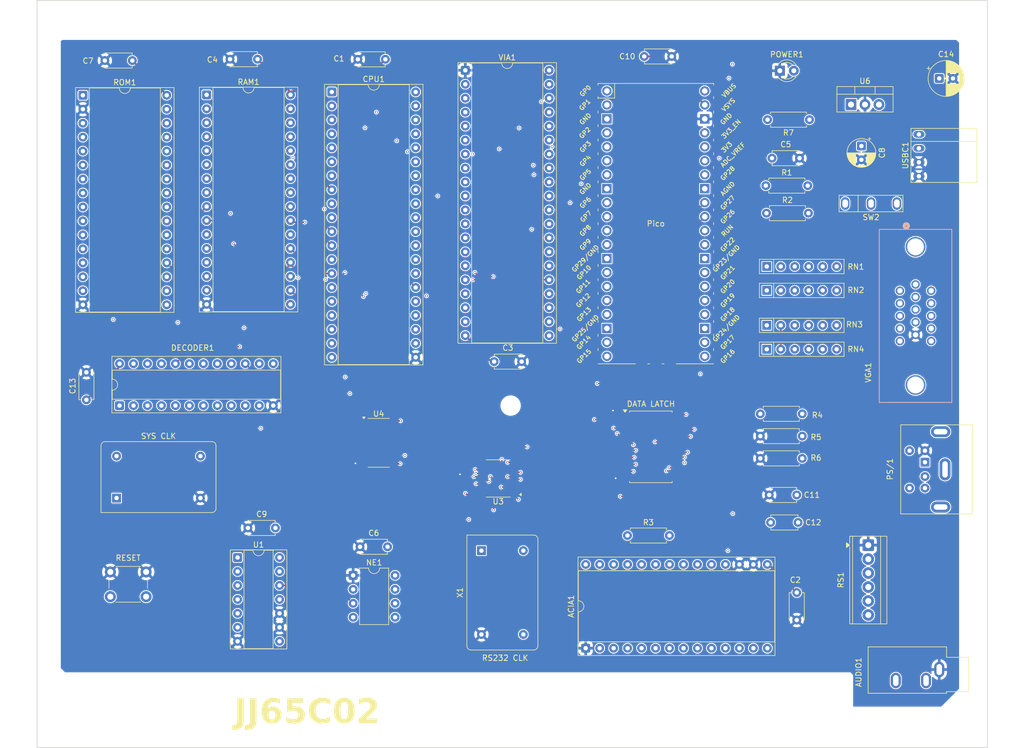
<source format=kicad_pcb>
(kicad_pcb (version 20241229) (generator "pcbnew") (generator_version "9.0")
  (layers (0 "F.Cu" mixed) (4 "In1.Cu" mixed) (6 "In2.Cu" mixed) (2 "B.Cu" power) (13 "F.Paste" user) (15 "B.Paste" user) (5 "F.SilkS" user "F.Silkscreen") (7 "B.SilkS" user "B.Silkscreen") (1 "F.Mask" user) (3 "B.Mask" user) (25 "Edge.Cuts" user))
  (net 0 "")
  (net 1 "RTS")
  (net 2 "CTS")
  (net 3 "+5V")
  (net 4 "TXD")
  (net 5 "GND")
  (net 6 "RXD")
  (net 7 "R~{W}")
  (net 8 "a1")
  (net 9 "CLK")
  (net 10 "a0")
  (net 11 "A~{IRQ}")
  (net 12 "d7")
  (net 14 "d6")
  (net 15 "d5")
  (net 16 "d4")
  (net 18 "d3")
  (net 19 "d2")
  (net 20 "ACIA-CLK")
  (net 21 "d1")
  (net 23 "d0")
  (net 24 "~{RES}")
  (net 25 "IO~{CS}")
  (net 26 "a4")
  (net 27 "Net-(NE1-TR)")
  (net 28 "+3V3")
  (net 29 "RED")
  (net 30 "GREEN")
  (net 31 "BLUE")
  (net 32 "HSYNC")
  (net 33 "VSYNC")
  (net 34 "PS2_DATA")
  (net 35 "PS2_CLK")
  (net 36 "a11")
  (net 38 "a10")
  (net 39 "a9")
  (net 40 "a8")
  (net 42 "Net-(CPU1-RDY)")
  (net 43 "a6")
  (net 44 "a5")
  (net 45 "a3")
  (net 46 "a2")
  (net 49 "a14")
  (net 50 "~{IRQ}")
  (net 51 "a13")
  (net 53 "a12")
  (net 55 "Net-(CPU1-BE)")
  (net 58 "Net-(RN2B-R2.2)")
  (net 59 "Net-(NE1-DIS)")
  (net 62 "Net-(C11-Pad2)")
  (net 65 "BRIGHT")
  (net 67 "pa3v0")
  (net 69 "pa3v1")
  (net 70 "pa3v2")
  (net 71 "RAM~{CS}")
  (net 72 "ROM~{CS}")
  (net 73 "pa3v3")
  (net 74 "pa3v4")
  (net 77 "pa3v5")
  (net 80 "V1~{IRQ}")
  (net 81 "pa3v6")
  (net 82 "d3v0")
  (net 83 "d3v1")
  (net 84 "d3v2")
  (net 86 "d3v3")
  (net 87 "d3v4")
  (net 88 "d3v5")
  (net 89 "d3v6")
  (net 91 "d3v7")
  (net 92 "PICO_DR_3v3")
  (net 96 "BK2")
  (net 98 "BA14")
  (net 99 "BA13")
  (net 101 "BK0")
  (net 103 "Net-(NE1-Q)")
  (net 104 "CLK_3v3")
  (net 109 "pa2")
  (net 110 "pa3")
  (net 111 "pa4")
  (net 112 "pa5")
  (net 113 "pa6")
  (net 114 "BK1")
  (net 115 "PICO_DR")
  (net 116 "pa0")
  (net 123 "Net-(RAM1-CE2)")
  (net 124 "Net-(RN3B-R2.2)")
  (net 125 "Net-(RN3A-R1.2)")
  (net 126 "Net-(RN3C-R3.2)")
  (net 142 "PIRQ_3v3")
  (net 143 "SND")
  (net 145 "Net-(U1-Pad3)")
  (net 147 "PIRQ")
  (net 148 "Net-(CPU1-~{NMI})")
  (net 149 "a7")
  (net 150 "a15")
  (net 152 "pa1")
  (net 153 "Net-(SW2-B)")
  (net 158 "Net-(AUDIO1-PadR)")
  (net 159 "Net-(POWER1-A)")
  (footprint "Capacitor_THT:C_Disc_D4.7mm_W2.5mm_P5.00mm" (layer "F.Cu") (at 13.895 76.45 90)
    (property "Reference" "C13")
    (property "Value" "0.1uF")
  )
  (footprint "LED_THT:LED_D3.0mm_FlatTop" (layer "F.Cu") (at 139.93 16.6)
    (property "Reference" "POWER1")
    (property "Value" "LED (BLUE)")
  )
  (footprint "Package_DIP:DIP-14_W7.62mm_Socket" (layer "F.Cu") (at 41.38 105.13)
    (property "Reference" "U1")
    (property "Value" "74HC00")
  )
  (footprint "Capacitor_THT:C_Disc_D4.7mm_W2.5mm_P5.00mm" (layer "F.Cu") (at 88 69.5)
    (property "Reference" "C3")
    (property "Value" "0.1uF")
  )
  (footprint "JJ65c02:SW_SPDT" (layer "F.Cu") (at 156.5 40.75)
    (property "Reference" "SW2")
    (property "Value" "SW_SPDT")
  )
  (footprint "Package_DIP:DIP-28_W15.24mm_Socket" (layer "F.Cu") (at 104.64 121.625 90)
    (property "Reference" "ACIA1")
    (property "Value" "65C51N")
  )
  (footprint "Resistor_THT:R_Array_SIP6" (layer "F.Cu") (at 137.55 56.55)
    (property "Reference" "RN2")
    (property "Value" "4.7k")
  )
  (footprint "MountingHole:MountingHole_3.2mm_M3_DIN965" (layer "F.Cu") (at 10.75 9)
    (property "Reference" "PH1" (hide yes))
    (property "Value" "MountingHole_3.2mm_M3_DIN965")
  )
  (footprint "Oscillator:Oscillator_DIP-14" (layer "F.Cu") (at 85.69 103.88 -90)
    (property "Reference" "X1")
    (property "Value" "1.8Mhz")
  )
  (footprint "Package_DIP:DIP-8_W7.62mm" (layer "F.Cu") (at 62.38 108.38)
    (property "Reference" "NE1")
    (property "Value" "NE555")
  )
  (footprint "Package_SO:SOIC-20W_7.5x12.8mm_P1.27mm" (layer "F.Cu") (at 116.5 85)
    (property "Reference" "DATA LATCH")
    (property "Value" "74LS573")
  )
  (footprint "Resistor_THT:R_Axial_DIN0207_L6.3mm_D2.5mm_P7.62mm_Horizontal" (layer "F.Cu") (at 145.31 25.5 180)
    (property "Reference" "R7")
    (property "Value" "330")
  )
  (footprint "Capacitor_THT:C_Disc_D4.7mm_W2.5mm_P5.00mm" (layer "F.Cu") (at 138.25 98.75)
    (property "Reference" "C12")
    (property "Value" "47uf")
  )
  (footprint "Capacitor_THT:C_Disc_D4.7mm_W2.5mm_P5.00mm" (layer "F.Cu") (at 45 14.5 180)
    (property "Reference" "C4")
    (property "Value" "0.1uF")
  )
  (footprint "Button_Switch_THT:SW_PUSH_6mm" (layer "F.Cu") (at 18.25 107.75)
    (property "Reference" "RESET")
    (property "Value" "RESET")
  )
  (footprint "Package_SO:TSSOP-20_4.4x6.5mm_P0.65mm" (layer "F.Cu") (at 88.75 90.75 180)
    (property "Reference" "U3")
    (property "Value" "TXB0108PWR")
  )
  (footprint "MountingHole:MountingHole_3.2mm_M3_DIN965" (layer "F.Cu") (at 10.75 134.25)
    (property "Reference" "PH4" (hide yes))
    (property "Value" "MountingHole_3.2mm_M3_DIN965")
  )
  (footprint "Package_TO_SOT_THT:TO-220-3_Vertical" (layer "F.Cu") (at 152.86 22.75)
    (property "Reference" "U6")
    (property "Value" "TLV2217-33KCSE3")
  )
  (footprint "JJ65c02:mini_din-6" (layer "F.Cu") (at 166.3 87.8 90)
    (property "Reference" "PS/1")
    (property "Value" "Mini-DIN-6")
  )
  (footprint "Resistor_THT:R_Axial_DIN0207_L6.3mm_D2.5mm_P7.62mm_Horizontal" (layer "F.Cu") (at 136.38 79)
    (property "Reference" "R4")
    (property "Value" "220")
  )
  (footprint "Package_DIP:DIP-40_W15.24mm_Socket" (layer "F.Cu") (at 82.76 16.52)
    (property "Reference" "VIA1")
    (property "Value" "65C22S")
  )
  (footprint "Resistor_THT:R_Array_SIP6" (layer "F.Cu") (at 137.55 52.2)
    (property "Reference" "RN1")
    (property "Value" "4.7k")
  )
  (footprint "MountingHole:MountingHole_3.2mm_M3_DIN965" (layer "F.Cu") (at 171.75 9)
    (property "Reference" "PH2" (hide yes))
    (property "Value" "MountingHole_3.2mm_M3_DIN965")
  )
  (footprint "Package_SO:SOIC-14_3.9x8.7mm_P1.27mm" (layer "F.Cu") (at 67.025 84.27)
    (property "Reference" "U4")
    (property "Value" "TXB0104PW")
  )
  (footprint "Resistor_THT:R_Axial_DIN0207_L6.3mm_D2.5mm_P7.62mm_Horizontal" (layer "F.Cu") (at 136.38 87.1)
    (property "Reference" "R6")
    (property "Value" "1.8k")
  )
  (footprint "Package_DIP:DIP-32_W15.24mm_Socket" (layer "F.Cu") (at 35.75 20.98)
    (property "Reference" "RAM1")
    (property "Value" "AS6C1008-55PCN")
  )
  (footprint "MountingHole:MountingHole_3.2mm_M3_DIN965" (layer "F.Cu") (at 91 77.5)
    (property "Reference" "PH3" (hide yes))
    (property "Value" "MountingHole_3.2mm_M3_DIN965")
  )
  (footprint "Resistor_THT:R_Array_SIP6" (layer "F.Cu") (at 137.55 67.25)
    (property "Reference" "RN4")
    (property "Value" "470")
  )
  (footprint "Resistor_THT:R_Axial_DIN0207_L6.3mm_D2.5mm_P7.62mm_Horizontal" (layer "F.Cu") (at 137.5 42.5)
    (property "Reference" "R2")
    (property "Value" "47K")
  )
  (footprint "Capacitor_THT:CP_Radial_D6.3mm_P2.50mm" (layer "F.Cu") (at 168.9 18)
    (property "Reference" "C14")
    (property "Value" "22uF")
  )
  (footprint "Capacitor_THT:C_Disc_D4.7mm_W2.5mm_P5.00mm" (layer "F.Cu") (at 138 93.75)
    (property "Reference" "C11")
    (property "Value" "100nf")
  )
  (footprint "Capacitor_THT:C_Disc_D4.7mm_W2.5mm_P5.00mm" (layer "F.Cu") (at 22.25 14.75 180)
    (property "Reference" "C7")
    (property "Value" "0.1uF")
  )
  (footprint "Resistor_THT:R_Axial_DIN0207_L6.3mm_D2.5mm_P7.62mm_Horizontal" (layer "F.Cu") (at 137.38 37.5)
    (property "Reference" "R1")
    (property "Value" "1M")
  )
  (footprint "Package_DIP:DIP-40_W15.24mm_Socket" (layer "F.Cu") (at 58.5 20.46)
    (property "Reference" "CPU1")
    (property "Value" "65C02S")
  )
  (footprint "Resistor_THT:R_Axial_DIN0207_L6.3mm_D2.5mm_P7.62mm_Horizontal" (layer "F.Cu") (at 112.235 101.125)
    (property "Reference" "R3")
    (property "Value" "10K")
  )
  (footprint "JJ65c02:RPi_Pico_SMD_TH" (layer "F.Cu") (at 117.39 44.41)
    (property "Reference" "Pico")
    (property "Value" "Pico")
  )
  (footprint "Capacitor_THT:C_Disc_D4.7mm_W2.5mm_P5.00mm" (layer "F.Cu") (at 115.28 14)
    (property "Reference" "C10")
    (property "Value" "0.1uF")
  )
  (footprint "Connector_Audio:Jack_3.5mm_CUI_SJ1-3533NG_Horizontal" (layer "F.Cu") (at 168.9 125.5 -90)
    (property "Reference" "AUDIO1")
    (property "Value" "AudioJack3")
  )
  (footprint "Capacitor_THT:CP_Radial_D5.0mm_P2.50mm" (layer "F.Cu") (at 154.75 30.2949 -90)
    (property "Reference" "C8")
    (property "Value" "10uF")
  )
  (footprint "MountingHole:MountingHole_3.2mm_M3_DIN965" (layer "F.Cu") (at 171.75 134.75)
    (property "Reference" "PH5" (hide yes))
    (property "Value" "MountingHole_3.2mm_M3_DIN965")
  )
  (footprint "Capacitor_THT:C_Disc_D4.7mm_W2.5mm_P5.00mm" (layer "F.Cu") (at 68.63 103.18 180)
    (property "Reference" "C6")
    (property "Value" "0.1uF")
  )
  (footprint "Package_DIP:DIP-32_W15.24mm_Socket" (layer "F.Cu") (at 13.26 21.06)
    (property "Reference" "ROM1")
    (property "Value" "SST39SF010")
  )
  (footprint "Capacitor_THT:C_Disc_D4.7mm_W2.5mm_P5.00mm" (layer "F.Cu") (at 68.24 14.52 180)
    (property "Reference" "C1")
    (property "Value" "0.1uF")
  )
  (footprint "Oscillator:Oscillator_DIP-14" (layer "F.Cu") (at 19.38 94.31)
    (property "Reference" "SYS CLK")
    (property "Value" "8 Mhz")
  )
  (footprint "Resistor_THT:R_Array_SIP6" (layer "F.Cu") (at 137.55 62.9)
    (property "Reference" "RN3")
    (property "Value" "1k")
  )
  (footprint "Capacitor_THT:C_Disc_D4.7mm_W2.5mm_P5.00mm" (layer "F.Cu") (at 138.5 32.5)
    (property "Reference" "C5")
    (property "Value" "0.1uF")
  )
  (footprint "Capacitor_THT:C_Disc_D4.7mm_W2.5mm_P5.00mm" (layer "F.Cu") (at 48.25 99.75 180)
    (property "Reference" "C9")
    (property "Value" "0.1uF")
  )
  (footprint "Package_DIP:DIP-24_W7.62mm_Socket" (layer "F.Cu") (at 19.92 77.5 90)
    (property "Reference" "DECODER1")
    (property "Value" "22V10C")
  )
  (footprint "TerminalBlock_TE-Connectivity:TerminalBlock_TE_282834-6_1x06_P2.54mm_Horizontal" (layer "F.Cu") (at 156 102.88 -90)
    (property "Reference" "RS1")
    (property "Value" "FT234XD")
  )
  (footprint "Resistor_THT:R_Axial_DIN0207_L6.3mm_D2.5mm_P7.62mm_Horizontal" (layer "F.Cu") (at 136.38 83.05)
    (property "Reference" "R5")
    (property "Value" "100")
  )
  (footprint "Capacitor_THT:C_Disc_D4.7mm_W2.5mm_P5.00mm" (layer "F.Cu") (at 143 111.5 -90)
    (property "Reference" "C2")
    (property "Value" "0.1uF")
  )
  (footprint "JJ65c02:USBC_power" (layer "F.Cu") (at 169.75 32 -90)
    (property "Reference" "USBC1")
    (property "Value" "USB_C_Receptacle_PowerOnly")
  )
  (footprint "JJ65c02:CONN_HDE15P_AMP" (layer "B.Cu") (at 161.75 56.61 -90)
    (property "Reference" "VGA1")
    (property "Value" "DE15_Receptacle_HighDensity")
  )
  (gr_rect (start 4.94 3.8) (end 177.66 139.67) (stroke (width 0.127)) (fill no) (layer "Edge.Cuts"))
  (gr_text "JJ65C02" (at 40.75 136 0) (layer "F.SilkS") (effects (font (size 4.445 4.445) (thickness 0.3) (bold yes)) (justify left bottom)))
  (gr_text "RS232 CLK" (at 90 123.4 0) (layer "F.SilkS") (effects (font (size 1 1))))
  (segment (start 117.46 14) (end 126.28 22.82) (width 0.3048) (layer "F.Cu") (net 3))
  (segment (start 115.28 14) (end 117.46 14) (width 0.3048) (layer "F.Cu") (net 3))
  (segment (start 87.48 69.5) (end 82.76 64.78) (width 0.3048) (layer "F.Cu") (net 3))
  (segment (start 137.885 106.385) (end 137.66 106.385) (width 0.3048) (layer "F.Cu") (net 3))
  (segment (start 55.5 20.3162) (end 51.1638 20.3162) (width 0.3048) (layer "F.Cu") (net 3))
  (segment (start 28.5 21) (end 28.5 21.06) (width 0.3048) (layer "F.Cu") (net 3))
  (segment (start 22.25 14.75) (end 28.5 21) (width 0.3048) (layer "F.Cu") (net 3))
  (segment (start 69.6833 80.2767) (end 69.5 80.46) (width 0.3048) (layer "F.Cu") (net 3))
  (segment (start 57 16.5) (end 55.5 18) (width 0.3048) (layer "F.Cu") (net 3))
  (segment (start 68.24 14.52) (end 66.26 16.5) (width 0.3048) (layer "F.Cu") (net 3))
  (segment (start 19.92 70.425) (end 19.92 69.88) (width 0.3048) (layer "F.Cu") (net 3))
  (segment (start 50.99 20.49) (end 50.99 20.98) (width 0.3048) (layer "F.Cu") (net 3))
  (segment (start 55.5 18) (end 55.5 20.3162) (width 0.3048) (layer "F.Cu") (net 3))
  (segment (start 143 111.5) (end 137.885 106.385) (width 0.3048) (layer "F.Cu") (net 3))
  (segment (start 87.9122 94.3473) (end 87.9122 96.475) (width 0.3048) (layer "F.Cu") (net 3))
  (segment (start 66.26 16.5) (end 57 16.5) (width 0.3048) (layer "F.Cu") (net 3))
  (segment (start 71.0069 80.2767) (end 69.6833 80.2767) (width 0.3048) (layer "F.Cu") (net 3))
  (segment (start 55.5 20.3162) (end 55.5 35.24) (width 0.3048) (layer "F.Cu") (net 3))
  (segment (start 88 69.5) (end 87.48 69.5) (width 0.3048) (layer "F.Cu") (net 3))
  (segment (start 13.895 76.45) (end 19.92 70.425) (width 0.3048) (layer "F.Cu") (net 3))
  (segment (start 55.5 35.24) (end 58.5 38.24) (width 0.3048) (layer "F.Cu") (net 3))
  (segment (start 51.1638 20.3162) (end 50.99 20.49) (width 0.3048) (layer "F.Cu") (net 3))
  (segment (start 85.8875 93.025) (end 86.5899 93.025) (width 0.3048) (layer "F.Cu") (net 3))
  (segment (start 86.5899 93.025) (end 87.9122 94.3473) (width 0.3048) (layer "F.Cu") (net 3))
  (segment (start 45 14.5) (end 50.99 20.49) (width 0.3048) (layer "F.Cu") (net 3))
  (via (at 71.0069 80.2767) (size 0.5) (drill 0.3) (layers "F.Cu" "B.Cu") (net 3))
  (via (at 87.9122 96.475) (size 0.5) (drill 0.3) (layers "F.Cu" "B.Cu") (net 3))
  (segment (start 64.47 88) (end 64.55 88.08) (width 0.3048) (layer "F.Cu") (net 5))
  (segment (start 84.691072 87.825) (end 85.8875 87.825) (width 0.3048) (layer "F.Cu") (net 5))
  (segment (start 111.85 79.285) (end 110.485 79.285) (width 0.3048) (layer "F.Cu") (net 5))
  (segment (start 110.085 90.715) (end 111.85 90.715) (width 0.3048) (layer "F.Cu") (net 5))
  (segment (start 81.8 90) (end 82.516072 90) (width 0.3048) (layer "F.Cu") (net 5))
  (segment (start 82.516072 90) (end 84.691072 87.825) (width 0.3048) (layer "F.Cu") (net 5))
  (segment (start 110.485 79.285) (end 109.6 78.4) (width 0.3048) (layer "F.Cu") (net 5))
  (segment (start 62.8 88) (end 64.47 88) (width 0.3048) (layer "F.Cu") (net 5))
  (via (at 109.6 78.4) (size 0.5) (drill 0.3) (layers "F.Cu" "B.Cu") (net 5))
  (via (at 81.8 90) (size 0.5) (drill 0.3) (layers "F.Cu" "B.Cu") (net 5))
  (via (at 62.8 88) (size 0.5) (drill 0.3) (layers "F.Cu" "B.Cu") (net 5))
  (via (at 110.085 90.715) (size 0.5) (drill 0.3) (layers "F.Cu" "B.Cu") (net 5))
  (via (at 75.7054 57.5451) (size 0.5) (drill 0.3) (layers "F.Cu" "B.Cu") (net 7))
  (via (at 64.5337 26.9858) (size 0.5) (drill 0.3) (layers "F.Cu" "B.Cu") (net 8))
  (segment (start 117.864 94.001) (end 110.9299 94.001) (width 0.2286) (layer "F.Cu") (net 9))
  (segment (start 98 54.62) (end 84.1423 54.62) (width 0.2286) (layer "F.Cu") (net 9))
  (segment (start 121.15 90.715) (end 117.864 94.001) (width 0.2286) (layer "F.Cu") (net 9))
  (via (at 110.9299 94.001) (size 0.5) (drill 0.3) (layers "F.Cu" "B.Cu") (net 9))
  (via (at 84.1423 54.62) (size 0.5) (drill 0.3) (layers "F.Cu" "B.Cu") (net 9))
  (via (at 40.1027 42.5388) (size 0.5) (drill 0.3) (layers "F.Cu" "B.Cu") (net 10))
  (via (at 95.1201 33.7868) (size 0.5) (drill 0.3) (layers "F.Cu" "B.Cu") (net 10))
  (via (at 130.4882 103.897) (size 0.5) (drill 0.3) (layers "F.Cu" "B.Cu") (net 11))
  (segment (start 111.85 89.445) (end 113.3077 89.445) (width 0.2286) (layer "F.Cu") (net 12))
  (segment (start 73.74 56.02) (end 69.93 52.21) (width 0.2286) (layer "F.Cu") (net 12))
  (segment (start 69.93 52.21) (end 54.28 52.21) (width 0.2286) (layer "F.Cu") (net 12))
  (segment (start 54.28 52.21) (end 50.99 48.92) (width 0.2286) (layer "F.Cu") (net 12))
  (via (at 113.3077 89.445) (size 0.5) (drill 0.3) (layers "F.Cu" "B.Cu") (net 12))
  (segment (start 58.1039 54.75) (end 59.4521 54.75) (width 0.2286) (layer "F.Cu") (net 14))
  (segment (start 57.7375 55.1164) (end 58.1039 54.75) (width 0.2286) (layer "F.Cu") (net 14))
  (segment (start 50.99 51.7874) (end 50.99 51.46) (width 0.2286) (layer "F.Cu") (net 14))
  (segment (start 29.5412 52.5812) (end 50.1962 52.5812) (width 0.2286) (layer "F.Cu") (net 14))
  (segment (start 54.319 55.1164) (end 57.7375 55.1164) (width 0.2286) (layer "F.Cu") (net 14))
  (segment (start 28.5 51.54) (end 29.5412 52.5812) (width 0.2286) (layer "F.Cu") (net 14))
  (segment (start 59.4521 54.75) (end 60.886 53.3161) (width 0.2286) (layer "F.Cu") (net 14))
  (segment (start 111.85 88.175) (end 113.7265 88.175) (width 0.2286) (layer "F.Cu") (net 14))
  (segment (start 50.99 51.7874) (end 54.319 55.1164) (width 0.2286) (layer "F.Cu") (net 14))
  (segment (start 50.1962 52.5812) (end 50.99 51.7874) (width 0.2286) (layer "F.Cu") (net 14))
  (via (at 60.886 53.3161) (size 0.5) (drill 0.3) (layers "F.Cu" "B.Cu") (net 14))
  (via (at 113.7265 88.175) (size 0.5) (drill 0.3) (layers "F.Cu" "B.Cu") (net 14))
  (segment (start 111.85 86.905) (end 113.457 86.905) (width 0.2286) (layer "F.Cu") (net 15))
  (via (at 113.457 86.905) (size 0.5) (drill 0.3) (layers "F.Cu" "B.Cu") (net 15))
  (segment (start 51.74 57.29) (end 63.8649 57.29) (width 0.2286) (layer "F.Cu") (net 16))
  (segment (start 63.8649 57.29) (end 64.2545 57.6796) (width 0.2286) (layer "F.Cu") (net 16))
  (segment (start 50.99 56.54) (end 51.74 57.29) (width 0.2286) (layer "F.Cu") (net 16))
  (segment (start 111.85 85.635) (end 113.7418 85.635) (width 0.2286) (layer "F.Cu") (net 16))
  (via (at 113.7418 85.635) (size 0.5) (drill 0.3) (layers "F.Cu" "B.Cu") (net 16))
  (via (at 64.2545 57.6796) (size 0.5) (drill 0.3) (layers "F.Cu" "B.Cu") (net 16))
  (segment (start 111.85 84.365) (end 113.0465 84.365) (width 0.2286) (layer "F.Cu") (net 18))
  (segment (start 113.0465 84.365) (end 113.3138 84.6323) (width 0.2286) (layer "F.Cu") (net 18))
  (via (at 52.374 54.2618) (size 0.5) (drill 0.3) (layers "F.Cu" "B.Cu") (net 18))
  (via (at 113.3138 84.6323) (size 0.5) (drill 0.3) (layers "F.Cu" "B.Cu") (net 18))
  (segment (start 111.85 83.095) (end 110.9013 83.095) (width 0.2286) (layer "F.Cu") (net 19))
  (segment (start 110.9013 83.095) (end 110.3712 82.5649) (width 0.2286) (layer "F.Cu") (net 19))
  (via (at 110.3712 82.5649) (size 0.5) (drill 0.3) (layers "F.Cu" "B.Cu") (net 19))
  (via (at 64.6883 57.117) (size 0.5) (drill 0.3) (layers "F.Cu" "B.Cu") (net 19))
  (via (at 101.8118 40.6128) (size 0.5) (drill 0.3) (layers "F.Cu" "B.Cu") (net 19))
  (segment (start 111.85 81.825) (end 111.6176 81.5926) (width 0.2286) (layer "F.Cu") (net 21))
  (segment (start 111.6176 81.5926) (end 109.7085 81.5926) (width 0.2286) (layer "F.Cu") (net 21))
  (via (at 103.8338 37.1612) (size 0.5) (drill 0.3) (layers "F.Cu" "B.Cu") (net 21))
  (via (at 109.7085 81.5926) (size 0.5) (drill 0.3) (layers "F.Cu" "B.Cu") (net 21))
  (segment (start 111.85 80.555) (end 111.3353 80.0403) (width 0.2286) (layer "F.Cu") (net 23))
  (segment (start 111.3353 80.0403) (end 106.21 80.0403) (width 0.2286) (layer "F.Cu") (net 23))
  (segment (start 106.21 80.0403) (end 106.21 80.0402) (width 0.2286) (layer "F.Cu") (net 23))
  (via (at 106.21 80.0402) (size 0.5) (drill 0.3) (layers "F.Cu" "B.Cu") (net 23))
  (via (at 122.6023 87.909) (size 0.5) (drill 0.3) (layers "F.Cu" "B.Cu") (net 23))
  (via (at 84.0685 31.76) (size 0.5) (drill 0.3) (layers "F.Cu" "B.Cu") (net 24))
  (via (at 99.9842 63.561) (size 0.5) (drill 0.3) (layers "F.Cu" "B.Cu") (net 25))
  (via (at 57.1365 41.75) (size 0.5) (drill 0.3) (layers "F.Cu" "B.Cu") (net 26))
  (via (at 71.7792 86.5675) (size 0.5) (drill 0.3) (layers "F.Cu" "B.Cu") (net 27))
  (via (at 125.4821 71.735) (size 0.5) (drill 0.3) (layers "F.Cu" "B.Cu") (net 27))
  (via (at 128.9103 32.5) (size 0.5) (drill 0.3) (layers "F.Cu" "B.Cu") (net 27))
  (segment (start 69.0468 88.08) (end 69.5 88.08) (width 0.3048) (layer "F.Cu") (net 28))
  (segment (start 63.2191 83.3609) (end 63.4932 83.635) (width 0.3048) (layer "F.Cu") (net 28))
  (segment (start 91.6125 93.025) (end 92.3357 93.025) (width 0.3048) (layer "F.Cu") (net 28))
  (segment (start 67.6496 85.701) (end 67.6496 86.6828) (width 0.3048) (layer "F.Cu") (net 28))
  (segment (start 63.4932 83.635) (end 65.5836 83.635) (width 0.3048) (layer "F.Cu") (net 28))
  (segment (start 63.575 80.46) (end 63.2191 80.8159) (width 0.3048) (layer "F.Cu") (net 28))
  (segment (start 91.6125 87.825) (end 90.4309 87.825) (width 0.3048) (layer "F.Cu") (net 28))
  (segment (start 92.3357 93.025) (end 93.6 91.7607) (width 0.3048) (layer "F.Cu") (net 28))
  (segment (start 121.303 79.132) (end 122.8846 79.132) (width 0.3048) (layer "F.Cu") (net 28))
  (segment (start 67.6496 86.6828) (end 69.0468 88.08) (width 0.3048) (layer "F.Cu") (net 28))
  (segment (start 63.2191 80.8159) (end 63.2191 83.3609) (width 0.3048) (layer "F.Cu") (net 28))
  (segment (start 93.6 89.0965) (end 92.3285 87.825) (width 0.3048) (layer "F.Cu") (net 28))
  (segment (start 93.6 91.7607) (end 93.6 89.0965) (width 0.3048) (layer "F.Cu") (net 28))
  (segment (start 69.5 88.08) (end 70.921 88.08) (width 0.3048) (layer "F.Cu") (net 28))
  (segment (start 92.3285 87.825) (end 91.6125 87.825) (width 0.3048) (layer "F.Cu") (net 28))
  (segment (start 65.5836 83.635) (end 67.6496 85.701) (width 0.3048) (layer "F.Cu") (net 28))
  (segment (start 63.575 80.46) (end 64.55 80.46) (width 0.3048) (layer "F.Cu") (net 28))
  (segment (start 121.15 79.285) (end 121.303 79.132) (width 0.3048) (layer "F.Cu") (net 28))
  (via (at 122.8846 79.132) (size 0.5) (drill 0.3) (layers "F.Cu" "B.Cu") (net 28))
  (via (at 70.921 88.08) (size 0.5) (drill 0.3) (layers "F.Cu" "B.Cu") (net 28))
  (via (at 90.4309 87.825) (size 0.5) (drill 0.3) (layers "F.Cu" "B.Cu") (net 28))
  (segment (start 53.5989 44.1398) (end 51.2898 44.1398) (width 0.2286) (layer "F.Cu") (net 38))
  (segment (start 51.2898 44.1398) (end 50.99 43.84) (width 0.2286) (layer "F.Cu") (net 38))
  (via (at 53.5989 44.1398) (size 0.5) (drill 0.3) (layers "F.Cu" "B.Cu") (net 38))
  (via (at 130.6805 17.9517) (size 0.5) (drill 0.3) (layers "F.Cu" "B.Cu") (net 42))
  (segment (start 51.6769 50.19) (end 42.7805 50.19) (width 0.2286) (layer "F.Cu") (net 44))
  (segment (start 42.7805 50.19) (end 40.6666 48.0761) (width 0.2286) (layer "F.Cu") (net 44))
  (segment (start 54.9669 53.48) (end 51.6769 50.19) (width 0.2286) (layer "F.Cu") (net 44))
  (segment (start 58.5 53.48) (end 54.9669 53.48) (width 0.2286) (layer "F.Cu") (net 44))
  (via (at 40.6666 48.0761) (size 0.5) (drill 0.3) (layers "F.Cu" "B.Cu") (net 44))
  (segment (start 40.8128 47.4572) (end 39.7659 47.4572) (width 0.2286) (layer "F.Cu") (net 45))
  (segment (start 41.0056 47.65) (end 40.8128 47.4572) (width 0.2286) (layer "F.Cu") (net 45))
  (segment (start 58.5 48.4) (end 57.75 47.65) (width 0.2286) (layer "F.Cu") (net 45))
  (segment (start 37.4187 45.11) (end 35.4268 45.11) (width 0.2286) (layer "F.Cu") (net 45))
  (segment (start 57.75 47.65) (end 41.0056 47.65) (width 0.2286) (layer "F.Cu") (net 45))
  (segment (start 39.7659 47.4572) (end 37.4187 45.11) (width 0.2286) (layer "F.Cu") (net 45))
  (segment (start 35.4268 45.11) (end 34.6515 44.3347) (width 0.2286) (layer "F.Cu") (net 45))
  (segment (start 34.6515 44.3347) (end 34.6515 42.3985) (width 0.2286) (layer "F.Cu") (net 45))
  (segment (start 34.6515 42.3985) (end 35.75 41.3) (width 0.2286) (layer "F.Cu") (net 45))
  (via (at 88.923 30.8241) (size 0.5) (drill 0.3) (layers "F.Cu" "B.Cu") (net 45))
  (segment (start 37.1045 43.84) (end 35.75 43.84) (width 0.2286) (layer "F.Cu") (net 46))
  (segment (start 58.5 45.86) (end 57.75 45.11) (width 0.2286) (layer "F.Cu") (net 46))
  (segment (start 38.3745 45.11) (end 37.1045 43.84) (width 0.2286) (layer "F.Cu") (net 46))
  (segment (start 57.75 45.11) (end 38.3745 45.11) (width 0.2286) (layer "F.Cu") (net 46))
  (via (at 70.303 29.35) (size 0.5) (drill 0.3) (layers "F.Cu" "B.Cu") (net 46))
  (via (at 18.7824 61.839) (size 0.5) (drill 0.3) (layers "F.Cu" "B.Cu") (net 49))
  (via (at 30.5188 62.3743) (size 0.5) (drill 0.3) (layers "F.Cu" "B.Cu") (net 51))
  (via (at 131.3024 15.4026) (size 0.5) (drill 0.3) (layers "F.Cu" "B.Cu") (net 58))
  (via (at 83.3954 98.2192) (size 0.5) (drill 0.3) (layers "F.Cu" "B.Cu") (net 59))
  (via (at 131.3766 97.1515) (size 0.5) (drill 0.3) (layers "F.Cu" "B.Cu") (net 59))
  (segment (start 92.4203 94.5612) (end 91.6125 93.7534) (width 0.2286) (layer "F.Cu") (net 67))
  (segment (start 91.6125 93.7534) (end 91.6125 93.675) (width 0.2286) (layer "F.Cu") (net 67))
  (via (at 92.4203 94.5612) (size 0.5) (drill 0.3) (layers "F.Cu" "B.Cu") (net 67))
  (via (at 96.5869 22.2433) (size 0.5) (drill 0.3) (layers "F.Cu" "B.Cu") (net 67))
  (segment (start 89.274 92.3146) (end 91.5521 92.3146) (width 0.2286) (layer "F.Cu") (net 69))
  (segment (start 91.5521 92.3146) (end 91.6125 92.375) (width 0.2286) (layer "F.Cu") (net 69))
  (via (at 89.274 92.3146) (size 0.5) (drill 0.3) (layers "F.Cu" "B.Cu") (net 69))
  (segment (start 89.4077 90.1853) (end 89.4077 87.2716) (width 0.2286) (layer "F.Cu") (net 70))
  (segment (start 91.6125 91.725) (end 90.9474 91.725) (width 0.2286) (layer "F.Cu") (net 70))
  (segment (start 90.9474 91.725) (end 89.4077 90.1853) (width 0.2286) (layer "F.Cu") (net 70))
  (via (at 92.5343 27.0187) (size 0.5) (drill 0.3) (layers "F.Cu" "B.Cu") (net 70))
  (via (at 89.4077 87.2716) (size 0.5) (drill 0.3) (layers "F.Cu" "B.Cu") (net 70))
  (via (at 42.552 63.36) (size 0.5) (drill 0.3) (layers "F.Cu" "B.Cu") (net 71))
  (segment (start 91.7665 90.921) (end 91.6125 91.075) (width 0.2286) (layer "F.Cu") (net 73))
  (segment (start 92.8008 90.921) (end 91.7665 90.921) (width 0.2286) (layer "F.Cu") (net 73))
  (via (at 98.5377 30.44) (size 0.5) (drill 0.3) (layers "F.Cu" "B.Cu") (net 73))
  (via (at 92.8008 90.921) (size 0.5) (drill 0.3) (layers "F.Cu" "B.Cu") (net 73))
  (segment (start 91.6125 90.425) (end 90.4366 90.425) (width 0.2286) (layer "F.Cu") (net 74))
  (via (at 90.4366 90.425) (size 0.5) (drill 0.3) (layers "F.Cu" "B.Cu") (net 74))
  (segment (start 92.8043 89.6265) (end 91.761 89.6265) (width 0.2286) (layer "F.Cu") (net 77))
  (segment (start 91.761 89.6265) (end 91.6125 89.775) (width 0.2286) (layer "F.Cu") (net 77))
  (via (at 92.8043 89.6265) (size 0.5) (drill 0.3) (layers "F.Cu" "B.Cu") (net 77))
  (via (at 95.2365 35.52) (size 0.5) (drill 0.3) (layers "F.Cu" "B.Cu") (net 77))
  (via (at 45.6 81.631) (size 0.5) (drill 0.3) (layers "F.Cu" "B.Cu") (net 80))
  (segment (start 90.8944 89.125) (end 89.8596 88.0902) (width 0.2286) (layer "F.Cu") (net 81))
  (segment (start 89.8596 87.5872) (end 92.4263 85.0205) (width 0.2286) (layer "F.Cu") (net 81))
  (segment (start 89.8596 88.0902) (end 89.8596 87.5872) (width 0.2286) (layer "F.Cu") (net 81))
  (segment (start 91.6125 89.125) (end 90.8944 89.125) (width 0.2286) (layer "F.Cu") (net 81))
  (segment (start 92.4263 85.0205) (end 93.9902 85.0205) (width 0.2286) (layer "F.Cu") (net 81))
  (via (at 94.8429 45.4464) (size 0.5) (drill 0.3) (layers "F.Cu" "B.Cu") (net 81))
  (via (at 93.9902 85.0205) (size 0.5) (drill 0.3) (layers "F.Cu" "B.Cu") (net 81))
  (segment (start 108.0754 73.479) (end 115.1514 80.555) (width 0.2286) (layer "F.Cu") (net 82))
  (segment (start 106.743 73.479) (end 108.0754 73.479) (width 0.2286) (layer "F.Cu") (net 82))
  (segment (start 115.1514 80.555) (end 121.15 80.555) (width 0.2286) (layer "F.Cu") (net 82))
  (via (at 106.743 73.479) (size 0.5) (drill 0.3) (layers "F.Cu" "B.Cu") (net 82))
  (segment (start 121.15 81.825) (end 124.3814 81.825) (width 0.2286) (layer "F.Cu") (net 83))
  (via (at 124.3814 81.825) (size 0.5) (drill 0.3) (layers "F.Cu" "B.Cu") (net 83))
  (segment (start 121.15 83.095) (end 123.7177 83.095) (width 0.2286) (layer "F.Cu") (net 84))
  (via (at 123.7177 83.095) (size 0.5) (drill 0.3) (layers "F.Cu" "B.Cu") (net 84))
  (segment (start 120.8884 84.1034) (end 117.2387 84.1034) (width 0.2286) (layer "F.Cu") (net 86))
  (segment (start 121.15 84.365) (end 120.8884 84.1034) (width 0.2286) (layer "F.Cu") (net 86))
  (via (at 117.2387 84.1034) (size 0.5) (drill 0.3) (layers "F.Cu" "B.Cu") (net 86))
  (segment (start 123.1619 85.9839) (end 121.4989 85.9839) (width 0.2286) (layer "F.Cu") (net 87))
  (segment (start 121.4989 85.9839) (end 121.15 85.635) (width 0.2286) (layer "F.Cu") (net 87))
  (via (at 123.1619 85.9839) (size 0.5) (drill 0.3) (layers "F.Cu" "B.Cu") (net 87))
  (segment (start 122.6104 86.8758) (end 121.1792 86.8758) (width 0.2286) (layer "F.Cu") (net 88))
  (segment (start 121.1792 86.8758) (end 121.15 86.905) (width 0.2286) (layer "F.Cu") (net 88))
  (via (at 122.6104 86.8758) (size 0.5) (drill 0.3) (layers "F.Cu" "B.Cu") (net 88))
  (segment (start 119.8021 88.7989) (end 120.5261 88.7989) (width 0.2286) (layer "F.Cu") (net 89))
  (segment (start 120.5261 88.7989) (end 121.15 88.175) (width 0.2286) (layer "F.Cu") (net 89))
  (via (at 119.8021 88.7989) (size 0.5) (drill 0.3) (layers "F.Cu" "B.Cu") (net 89))
  (segment (start 121.15 89.445) (end 121.0867 89.3817) (width 0.2286) (layer "F.Cu") (net 91))
  (segment (start 121.0867 89.3817) (end 119.3003 89.3817) (width 0.2286) (layer "F.Cu") (net 91))
  (via (at 119.3003 89.3817) (size 0.5) (drill 0.3) (layers "F.Cu" "B.Cu") (net 91))
  (segment (start 65.525 84.27) (end 64.55 84.27) (width 0.2286) (layer "F.Cu") (net 92))
  (segment (start 107.36 60.1883) (end 107.36 64.53) (width 0.2286) (layer "F.Cu") (net 92))
  (segment (start 67 85.745) (end 65.525 84.27) (width 0.2286) (layer "F.Cu") (net 92))
  (segment (start 67 88) (end 67 85.745) (width 0.2286) (layer "F.Cu") (net 92))
  (segment (start 126.28 43.14) (end 109.9 59.5203) (width 0.2286) (layer "F.Cu") (net 92))
  (segment (start 82.69 89.2) (end 68.2 89.2) (width 0.2286) (layer "F.Cu") (net 92))
  (segment (start 108.028 59.5203) (end 107.36 60.1883) (width 0.2286) (layer "F.Cu") (net 92))
  (segment (start 109.9 59.5203) (end 108.028 59.5203) (width 0.2286) (layer "F.Cu") (net 92))
  (segment (start 107.36 64.53) (end 82.69 89.2) (width 0.2286) (layer "F.Cu") (net 92))
  (segment (start 68.2 89.2) (end 67 88) (width 0.2286) (layer "F.Cu") (net 92))
  (via (at 72.2391 31.3448) (size 0.5) (drill 0.3) (layers "F.Cu" "B.Cu") (net 96))
  (segment (start 41.7594 66.787) (end 33.173 66.787) (width 0.2286) (layer "F.Cu") (net 99))
  (segment (start 33.173 66.787) (end 30.08 69.88) (width 0.2286) (layer "F.Cu") (net 99))
  (via (at 41.7594 66.787) (size 0.5) (drill 0.3) (layers "F.Cu" "B.Cu") (net 99))
  (via (at 77.7644 39.38) (size 0.5) (drill 0.3) (layers "F.Cu" "B.Cu") (net 101))
  (via (at 60.9293 72.3083) (size 0.5) (drill 0.3) (layers "F.Cu" "B.Cu") (net 101))
  (segment (start 59.13 110.21) (end 49 110.21) (width 0.2286) (layer "F.Cu") (net 103))
  (segment (start 62.38 113.46) (end 59.13 110.21) (width 0.2286) (layer "F.Cu") (net 103))
  (segment (start 85.8875 91.725) (end 84.7072 91.725) (width 0.2286) (layer "F.Cu") (net 109))
  (via (at 84.7072 91.725) (size 0.5) (drill 0.3) (layers "F.Cu" "B.Cu") (net 109))
  (segment (start 86.8428 91.075) (end 85.8875 91.075) (width 0.2286) (layer "F.Cu") (net 110))
  (segment (start 87.0614 91.2936) (end 86.8428 91.075) (width 0.2286) (layer "F.Cu") (net 110))
  (via (at 87.0614 91.2936) (size 0.5) (drill 0.3) (layers "F.Cu" "B.Cu") (net 110))
  (segment (start 84.3225 90.425) (end 85.8875 90.425) (width 0.2286) (layer "F.Cu") (net 111))
  (via (at 84.3225 90.425) (size 0.5) (drill 0.3) (layers "F.Cu" "B.Cu") (net 111))
  (segment (start 85.8316 89.8309) (end 84.7177 89.8309) (width 0.2286) (layer "F.Cu") (net 112))
  (segment (start 85.8875 89.775) (end 85.8316 89.8309) (width 0.2286) (layer "F.Cu") (net 112))
  (via (at 84.7177 89.8309) (size 0.5) (drill 0.3) (layers "F.Cu" "B.Cu") (net 112))
  (segment (start 85.8875 89.125) (end 84.5496 89.125) (width 0.2286) (layer "F.Cu") (net 113))
  (via (at 84.5496 89.125) (size 0.5) (drill 0.3) (layers "F.Cu" "B.Cu") (net 113))
  (via (at 61.7832 75.3142) (size 0.5) (drill 0.3) (layers "F.Cu" "B.Cu") (net 114))
  (segment (start 68.525 84.27) (end 65.8153 81.5603) (width 0.2286) (layer "F.Cu") (net 115))
  (segment (start 45.9 73) (end 42.78 69.88) (width 0.2286) (layer "F.Cu") (net 115))
  (segment (start 65.8153 81.5603) (end 65.8153 80.1235) (width 0.2286) (layer "F.Cu") (net 115))
  (segment (start 69.5 84.27) (end 68.525 84.27) (width 0.2286) (layer "F.Cu") (net 115))
  (segment (start 58.6918 73) (end 45.9 73) (width 0.2286) (layer "F.Cu") (net 115))
  (segment (start 65.8153 80.1235) (end 58.6918 73) (width 0.2286) (layer "F.Cu") (net 115))
  (segment (start 82.7856 93.4564) (end 83.0042 93.675) (width 0.2286) (layer "F.Cu") (net 116))
  (segment (start 87.8363 54.05) (end 85.2761 54.05) (width 0.2286) (layer "F.Cu") (net 116))
  (segment (start 83.0042 93.675) (end 85.8875 93.675) (width 0.2286) (layer "F.Cu") (net 116))
  (segment (start 85.2761 54.05) (end 84.4989 53.2728) (width 0.2286) (layer "F.Cu") (net 116))
  (via (at 84.4989 53.2728) (size 0.5) (drill 0.3) (layers "F.Cu" "B.Cu") (net 116))
  (via (at 87.8363 54.05) (size 0.5) (drill 0.3) (layers "F.Cu" "B.Cu") (net 116))
  (via (at 82.7856 93.4564) (size 0.5) (drill 0.3) (layers "F.Cu" "B.Cu") (net 116))
  (segment (start 140.09 62.9) (end 140.09 67.25) (width 0.2286) (layer "F.Cu") (net 125))
  (segment (start 64.55 81.73) (end 65.3582 81.73) (width 0.2286) (layer "F.Cu") (net 142))
  (segment (start 109.64 57.2397) (end 126.28 40.6) (width 0.2286) (layer "F.Cu") (net 142))
  (segment (start 80.4071 84.8603) (end 108.028 57.2397) (width 0.2286) (layer "F.Cu") (net 142))
  (segment (start 108.028 57.2397) (end 109.64 57.2397) (width 0.2286) (layer "F.Cu") (net 142))
  (segment (start 65.3582 81.73) (end 68.4885 84.8603) (width 0.2286) (layer "F.Cu") (net 142))
  (segment (start 68.4885 84.8603) (end 80.4071 84.8603) (width 0.2286) (layer "F.Cu") (net 142))
  (segment (start 94.3697 20.1503) (end 98 16.52) (width 0.2286) (layer "F.Cu") (net 147))
  (segment (start 68.2347 81.4397) (end 68.2347 80.1235) (width 0.2286) (layer "F.Cu") (net 147))
  (segment (start 82.3497 20.1503) (end 94.3697 20.1503) (width 0.2286) (layer "F.Cu") (net 147))
  (segment (start 68.525 81.73) (end 68.2347 81.4397) (width 0.2286) (layer "F.Cu") (net 147))
  (segment (start 68.2347 80.1235) (end 81.6697 66.6885) (width 0.2286) (layer "F.Cu") (net 147))
  (segment (start 69.5 81.73) (end 68.525 81.73) (width 0.2286) (layer "F.Cu") (net 147))
  (segment (start 81.6697 20.8303) (end 82.3497 20.1503) (width 0.2286) (layer "F.Cu") (net 147))
  (segment (start 81.6697 66.6885) (end 81.6697 20.8303) (width 0.2286) (layer "F.Cu") (net 147))
  (via (at 66.5965 24.1271) (size 0.5) (drill 0.3) (layers "F.Cu" "B.Cu") (net 148))
  (via (at 51.4158 32.41) (size 0.5) (drill 0.3) (layers "F.Cu" "B.Cu") (net 149))
  (via (at 57.3839 54.5742) (size 0.5) (drill 0.3) (layers "F.Cu" "B.Cu") (net 150))
  (segment (start 85.8875 92.375) (end 86.7973 92.375) (width 0.2286) (layer "F.Cu") (net 152))
  (segment (start 87.6224 90.7165) (end 87.3094 90.4035) (width 0.2286) (layer "F.Cu") (net 152))
  (segment (start 87.6224 91.5499) (end 87.6224 90.7165) (width 0.2286) (layer "F.Cu") (net 152))
  (segment (start 86.7973 92.375) (end 87.6224 91.5499) (width 0.2286) (layer "F.Cu") (net 152))
  (via (at 87.3094 90.4035) (size 0.5) (drill 0.3) (layers "F.Cu" "B.Cu") (net 152))
  (zone (net 5) (net_name "GND") (layer "B.Cu") (connect_pads (clearance 0)) (min_thickness 0.25) (fill yes (thermal_gap 0.5) (thermal_bridge_width 0.5))
    (polygon (pts (xy 9.25 11.25) (xy 9.25 125.25) (xy 10 126) (xy 152.75 126) (xy 153.25 126.5) (xy 153.25 132.25) (xy 169.25 132.25) (xy 172.5 129) (xy 172.5 11.5) (xy 172 11) (xy 9.5 11)))
  )
)
</source>
